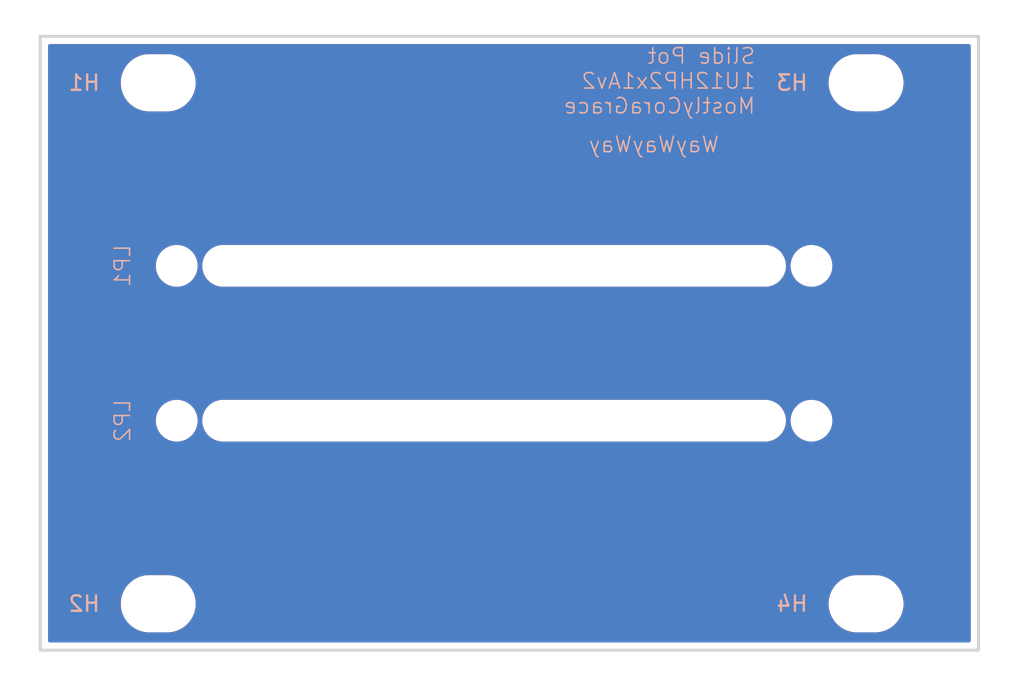
<source format=kicad_pcb>
(kicad_pcb (version 20241229) (generator "pcbnew") (generator_version "9.0")
  (layers (0 "F.Cu" signal) (2 "B.Cu" signal) (13 "F.Paste" user) (15 "B.Paste" user) (5 "F.SilkS" user "F.Silkscreen") (7 "B.SilkS" user "B.Silkscreen") (1 "F.Mask" user) (3 "B.Mask" user) (25 "Edge.Cuts" user))
  (net 0 "")
  (footprint "EXC:Linear_Potentiometer_45mm_M2_Panel_Mount" (layer "F.Cu") (at 29.315 17.25 90)
    (property "Reference" "LP1" (at 0 -24.003 90) (layer "B.SilkS") (effects (font (thickness 0.1)) (justify mirror)))
    (property "Value" "Linear_Potentiometer_45mm_M2_Panel_Mount")
    (pad "" np_thru_hole circle (at 0 -20.5 90) (size 2.2 2.2) (drill 2.2) (layers "*.Cu" "*.Mask"))
    (pad "" np_thru_hole oval (at 0 0 90) (size 2.2 37.2) (drill oval 2.2 37.2) (layers "*.Cu" "*.Mask"))
    (pad "" np_thru_hole circle (at 0 20.5 90) (size 2.2 2.2) (drill 2.2) (layers "*.Cu" "*.Mask"))
  )
  (footprint "EXC:MountingHole_3.2mm_M3" (layer "F.Cu") (at 53.34 39.075)
    (property "Reference" "H4" (at -3.683 0 0) (layer "B.SilkS") (effects (justify left mirror)))
    (property "Value" "Eurorack_M3_MountingHole")
    (pad "" np_thru_hole oval (at 0 0) (size 4.34 3.2) (drill oval 4.34 3.2) (layers "*.Cu" "*.Mask"))
  )
  (footprint "EXC:MountingHole_3.2mm_M3" (layer "F.Cu") (at 7.62 5.425)
    (property "Reference" "H1" (at -3.683 0 0) (layer "B.SilkS") (effects (justify left mirror)))
    (property "Value" "Eurorack_M3_MountingHole")
    (pad "" np_thru_hole oval (at 0 0) (size 4.34 3.2) (drill oval 4.34 3.2) (layers "*.Cu" "*.Mask"))
  )
  (footprint "EXC:MountingHole_3.2mm_M3" (layer "F.Cu") (at 7.62 39.075)
    (property "Reference" "H2" (at -3.683 0 0) (layer "B.SilkS") (effects (justify left mirror)))
    (property "Value" "Eurorack_M3_MountingHole")
    (pad "" np_thru_hole oval (at 0 0) (size 4.34 3.2) (drill oval 4.34 3.2) (layers "*.Cu" "*.Mask"))
  )
  (footprint "EXC:Linear_Potentiometer_45mm_M2_Panel_Mount" (layer "F.Cu") (at 29.315 27.25 90)
    (property "Reference" "LP2" (at 0 -24.003 90) (layer "B.SilkS") (effects (font (thickness 0.1)) (justify mirror)))
    (property "Value" "Linear_Potentiometer_45mm_M2_Panel_Mount")
    (pad "" np_thru_hole circle (at 0 -20.5 90) (size 2.2 2.2) (drill 2.2) (layers "*.Cu" "*.Mask"))
    (pad "" np_thru_hole oval (at 0 0 90) (size 2.2 37.2) (drill oval 2.2 37.2) (layers "*.Cu" "*.Mask"))
    (pad "" np_thru_hole circle (at 0 20.5 90) (size 2.2 2.2) (drill 2.2) (layers "*.Cu" "*.Mask"))
  )
  (footprint "EXC:MountingHole_3.2mm_M3" (layer "F.Cu") (at 53.34 5.425)
    (property "Reference" "H3" (at -3.683 0 0) (layer "B.SilkS") (effects (justify left mirror)))
    (property "Value" "Eurorack_M3_MountingHole")
    (pad "" np_thru_hole oval (at 0 0) (size 4.34 3.2) (drill oval 4.34 3.2) (layers "*.Cu" "*.Mask"))
  )
  (gr_rect (start 0 2.425) (end 60.6 42.075) (stroke (width 0.2)) (fill no) (layer "Edge.Cuts"))
  (gr_text "Slide Pot\n1U12HP2x1Av2\nMostlyCoraGrace" (at 46.25 7.5 0) (layer "B.SilkS") (effects (font (size 1 1) (thickness 0.1)) (justify left bottom mirror)))
  (gr_text "WayWayWay" (at 43.916503 10 0) (layer "B.SilkS") (effects (font (size 1 1) (thickness 0.1)) (justify left bottom mirror)))
  (zone (net 0) (net_name "") (layers "F.Cu" "B.Cu") (connect_pads (clearance 0.5)) (min_thickness 0.25) (fill yes (thermal_gap 0.5) (thermal_bridge_width 0.5) (island_removal_mode 1) (island_area_min 10))
    (polygon (pts (xy 0 2.425) (xy 60.6 2.425) (xy 60.6 42.075) (xy 0 42.075)))
  )
)
</source>
